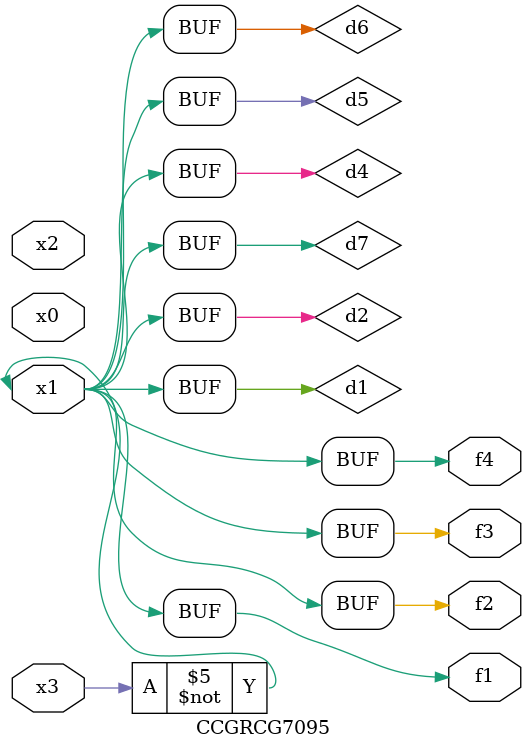
<source format=v>
module CCGRCG7095(
	input x0, x1, x2, x3,
	output f1, f2, f3, f4
);

	wire d1, d2, d3, d4, d5, d6, d7;

	not (d1, x3);
	buf (d2, x1);
	xnor (d3, d1, d2);
	nor (d4, d1);
	buf (d5, d1, d2);
	buf (d6, d4, d5);
	nand (d7, d4);
	assign f1 = d6;
	assign f2 = d7;
	assign f3 = d6;
	assign f4 = d6;
endmodule

</source>
